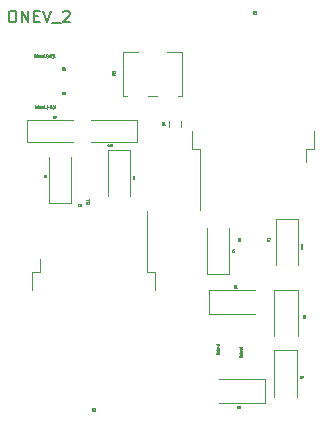
<source format=gbr>
%TF.GenerationSoftware,KiCad,Pcbnew,(6.0.5)*%
%TF.CreationDate,2022-07-12T16:10:34-04:00*%
%TF.ProjectId,torque_motor_design,746f7271-7565-45f6-9d6f-746f725f6465,rev?*%
%TF.SameCoordinates,Original*%
%TF.FileFunction,Legend,Top*%
%TF.FilePolarity,Positive*%
%FSLAX46Y46*%
G04 Gerber Fmt 4.6, Leading zero omitted, Abs format (unit mm)*
G04 Created by KiCad (PCBNEW (6.0.5)) date 2022-07-12 16:10:34*
%MOMM*%
%LPD*%
G01*
G04 APERTURE LIST*
%ADD10C,0.150000*%
%ADD11C,0.037500*%
%ADD12C,0.120000*%
G04 APERTURE END LIST*
D10*
X173537857Y-36917380D02*
X173728333Y-36917380D01*
X173823571Y-36965000D01*
X173918809Y-37060238D01*
X173966428Y-37250714D01*
X173966428Y-37584047D01*
X173918809Y-37774523D01*
X173823571Y-37869761D01*
X173728333Y-37917380D01*
X173537857Y-37917380D01*
X173442619Y-37869761D01*
X173347380Y-37774523D01*
X173299761Y-37584047D01*
X173299761Y-37250714D01*
X173347380Y-37060238D01*
X173442619Y-36965000D01*
X173537857Y-36917380D01*
X174395000Y-37917380D02*
X174395000Y-36917380D01*
X174966428Y-37917380D01*
X174966428Y-36917380D01*
X175442619Y-37393571D02*
X175775952Y-37393571D01*
X175918809Y-37917380D02*
X175442619Y-37917380D01*
X175442619Y-36917380D01*
X175918809Y-36917380D01*
X176204523Y-36917380D02*
X176537857Y-37917380D01*
X176871190Y-36917380D01*
X176966428Y-38012619D02*
X177728333Y-38012619D01*
X177918809Y-37012619D02*
X177966428Y-36965000D01*
X178061666Y-36917380D01*
X178299761Y-36917380D01*
X178395000Y-36965000D01*
X178442619Y-37012619D01*
X178490238Y-37107857D01*
X178490238Y-37203095D01*
X178442619Y-37345952D01*
X177871190Y-37917380D01*
X178490238Y-37917380D01*
D11*
%TO.C,C8*%
X179275000Y-53480357D02*
X179267857Y-53491071D01*
X179246428Y-53501785D01*
X179232142Y-53501785D01*
X179210714Y-53491071D01*
X179196428Y-53469642D01*
X179189285Y-53448214D01*
X179182142Y-53405357D01*
X179182142Y-53373214D01*
X179189285Y-53330357D01*
X179196428Y-53308928D01*
X179210714Y-53287500D01*
X179232142Y-53276785D01*
X179246428Y-53276785D01*
X179267857Y-53287500D01*
X179275000Y-53298214D01*
X179360714Y-53373214D02*
X179346428Y-53362500D01*
X179339285Y-53351785D01*
X179332142Y-53330357D01*
X179332142Y-53319642D01*
X179339285Y-53298214D01*
X179346428Y-53287500D01*
X179360714Y-53276785D01*
X179389285Y-53276785D01*
X179403571Y-53287500D01*
X179410714Y-53298214D01*
X179417857Y-53319642D01*
X179417857Y-53330357D01*
X179410714Y-53351785D01*
X179403571Y-53362500D01*
X179389285Y-53373214D01*
X179360714Y-53373214D01*
X179346428Y-53383928D01*
X179339285Y-53394642D01*
X179332142Y-53416071D01*
X179332142Y-53458928D01*
X179339285Y-53480357D01*
X179346428Y-53491071D01*
X179360714Y-53501785D01*
X179389285Y-53501785D01*
X179403571Y-53491071D01*
X179410714Y-53480357D01*
X179417857Y-53458928D01*
X179417857Y-53416071D01*
X179410714Y-53394642D01*
X179403571Y-53383928D01*
X179389285Y-53373214D01*
%TO.C,C6*%
X176456571Y-50956000D02*
X176463714Y-50963142D01*
X176470857Y-50984571D01*
X176470857Y-50998857D01*
X176463714Y-51020285D01*
X176449428Y-51034571D01*
X176435142Y-51041714D01*
X176406571Y-51048857D01*
X176385142Y-51048857D01*
X176356571Y-51041714D01*
X176342285Y-51034571D01*
X176328000Y-51020285D01*
X176320857Y-50998857D01*
X176320857Y-50984571D01*
X176328000Y-50963142D01*
X176335142Y-50956000D01*
X176320857Y-50827428D02*
X176320857Y-50856000D01*
X176328000Y-50870285D01*
X176335142Y-50877428D01*
X176356571Y-50891714D01*
X176385142Y-50898857D01*
X176442285Y-50898857D01*
X176456571Y-50891714D01*
X176463714Y-50884571D01*
X176470857Y-50870285D01*
X176470857Y-50841714D01*
X176463714Y-50827428D01*
X176456571Y-50820285D01*
X176442285Y-50813142D01*
X176406571Y-50813142D01*
X176392285Y-50820285D01*
X176385142Y-50827428D01*
X176378000Y-50841714D01*
X176378000Y-50870285D01*
X176385142Y-50884571D01*
X176392285Y-50891714D01*
X176406571Y-50898857D01*
%TO.C,C10*%
X181767571Y-48391971D02*
X181760428Y-48399114D01*
X181739000Y-48406257D01*
X181724714Y-48406257D01*
X181703285Y-48399114D01*
X181689000Y-48384828D01*
X181681857Y-48370542D01*
X181674714Y-48341971D01*
X181674714Y-48320542D01*
X181681857Y-48291971D01*
X181689000Y-48277685D01*
X181703285Y-48263400D01*
X181724714Y-48256257D01*
X181739000Y-48256257D01*
X181760428Y-48263400D01*
X181767571Y-48270542D01*
X181910428Y-48406257D02*
X181824714Y-48406257D01*
X181867571Y-48406257D02*
X181867571Y-48256257D01*
X181853285Y-48277685D01*
X181839000Y-48291971D01*
X181824714Y-48299114D01*
X182003285Y-48256257D02*
X182017571Y-48256257D01*
X182031857Y-48263400D01*
X182039000Y-48270542D01*
X182046142Y-48284828D01*
X182053285Y-48313400D01*
X182053285Y-48349114D01*
X182046142Y-48377685D01*
X182039000Y-48391971D01*
X182031857Y-48399114D01*
X182017571Y-48406257D01*
X182003285Y-48406257D01*
X181989000Y-48399114D01*
X181981857Y-48391971D01*
X181974714Y-48377685D01*
X181967571Y-48349114D01*
X181967571Y-48313400D01*
X181974714Y-48284828D01*
X181981857Y-48270542D01*
X181989000Y-48263400D01*
X182003285Y-48256257D01*
%TO.C,RV1*%
X182301785Y-42289285D02*
X182194642Y-42339285D01*
X182301785Y-42375000D02*
X182076785Y-42375000D01*
X182076785Y-42317857D01*
X182087500Y-42303571D01*
X182098214Y-42296428D01*
X182119642Y-42289285D01*
X182151785Y-42289285D01*
X182173214Y-42296428D01*
X182183928Y-42303571D01*
X182194642Y-42317857D01*
X182194642Y-42375000D01*
X182076785Y-42246428D02*
X182301785Y-42196428D01*
X182076785Y-42146428D01*
X182301785Y-42017857D02*
X182301785Y-42103571D01*
X182301785Y-42060714D02*
X182076785Y-42060714D01*
X182108928Y-42075000D01*
X182130357Y-42089285D01*
X182141071Y-42103571D01*
%TO.C,C7*%
X195275000Y-56380357D02*
X195267857Y-56391071D01*
X195246428Y-56401785D01*
X195232142Y-56401785D01*
X195210714Y-56391071D01*
X195196428Y-56369642D01*
X195189285Y-56348214D01*
X195182142Y-56305357D01*
X195182142Y-56273214D01*
X195189285Y-56230357D01*
X195196428Y-56208928D01*
X195210714Y-56187500D01*
X195232142Y-56176785D01*
X195246428Y-56176785D01*
X195267857Y-56187500D01*
X195275000Y-56198214D01*
X195325000Y-56176785D02*
X195425000Y-56176785D01*
X195360714Y-56401785D01*
%TO.C,R6*%
X178035785Y-43925000D02*
X177928642Y-43975000D01*
X178035785Y-44010714D02*
X177810785Y-44010714D01*
X177810785Y-43953571D01*
X177821500Y-43939285D01*
X177832214Y-43932142D01*
X177853642Y-43925000D01*
X177885785Y-43925000D01*
X177907214Y-43932142D01*
X177917928Y-43939285D01*
X177928642Y-43953571D01*
X177928642Y-44010714D01*
X177810785Y-43796428D02*
X177810785Y-43825000D01*
X177821500Y-43839285D01*
X177832214Y-43846428D01*
X177864357Y-43860714D01*
X177907214Y-43867857D01*
X177992928Y-43867857D01*
X178014357Y-43860714D01*
X178025071Y-43853571D01*
X178035785Y-43839285D01*
X178035785Y-43810714D01*
X178025071Y-43796428D01*
X178014357Y-43789285D01*
X177992928Y-43782142D01*
X177939357Y-43782142D01*
X177917928Y-43789285D01*
X177907214Y-43796428D01*
X177896500Y-43810714D01*
X177896500Y-43839285D01*
X177907214Y-43853571D01*
X177917928Y-43860714D01*
X177939357Y-43867857D01*
%TO.C,U3*%
X193985714Y-36976785D02*
X193985714Y-37158928D01*
X193992857Y-37180357D01*
X194000000Y-37191071D01*
X194014285Y-37201785D01*
X194042857Y-37201785D01*
X194057142Y-37191071D01*
X194064285Y-37180357D01*
X194071428Y-37158928D01*
X194071428Y-36976785D01*
X194128571Y-36976785D02*
X194221428Y-36976785D01*
X194171428Y-37062500D01*
X194192857Y-37062500D01*
X194207142Y-37073214D01*
X194214285Y-37083928D01*
X194221428Y-37105357D01*
X194221428Y-37158928D01*
X194214285Y-37180357D01*
X194207142Y-37191071D01*
X194192857Y-37201785D01*
X194150000Y-37201785D01*
X194135714Y-37191071D01*
X194128571Y-37180357D01*
%TO.C,Motor+1*%
X193022785Y-66249285D02*
X192797785Y-66249285D01*
X192958500Y-66199285D01*
X192797785Y-66149285D01*
X193022785Y-66149285D01*
X193022785Y-66056428D02*
X193012071Y-66070714D01*
X193001357Y-66077857D01*
X192979928Y-66085000D01*
X192915642Y-66085000D01*
X192894214Y-66077857D01*
X192883500Y-66070714D01*
X192872785Y-66056428D01*
X192872785Y-66035000D01*
X192883500Y-66020714D01*
X192894214Y-66013571D01*
X192915642Y-66006428D01*
X192979928Y-66006428D01*
X193001357Y-66013571D01*
X193012071Y-66020714D01*
X193022785Y-66035000D01*
X193022785Y-66056428D01*
X192872785Y-65963571D02*
X192872785Y-65906428D01*
X192797785Y-65942142D02*
X192990642Y-65942142D01*
X193012071Y-65935000D01*
X193022785Y-65920714D01*
X193022785Y-65906428D01*
X193022785Y-65835000D02*
X193012071Y-65849285D01*
X193001357Y-65856428D01*
X192979928Y-65863571D01*
X192915642Y-65863571D01*
X192894214Y-65856428D01*
X192883500Y-65849285D01*
X192872785Y-65835000D01*
X192872785Y-65813571D01*
X192883500Y-65799285D01*
X192894214Y-65792142D01*
X192915642Y-65785000D01*
X192979928Y-65785000D01*
X193001357Y-65792142D01*
X193012071Y-65799285D01*
X193022785Y-65813571D01*
X193022785Y-65835000D01*
X193022785Y-65720714D02*
X192872785Y-65720714D01*
X192915642Y-65720714D02*
X192894214Y-65713571D01*
X192883500Y-65706428D01*
X192872785Y-65692142D01*
X192872785Y-65677857D01*
X192937071Y-65627857D02*
X192937071Y-65513571D01*
X193022785Y-65570714D02*
X192851357Y-65570714D01*
X193022785Y-65363571D02*
X193022785Y-65449285D01*
X193022785Y-65406428D02*
X192797785Y-65406428D01*
X192829928Y-65420714D01*
X192851357Y-65435000D01*
X192862071Y-65449285D01*
%TO.C,C5*%
X192775000Y-56380357D02*
X192767857Y-56391071D01*
X192746428Y-56401785D01*
X192732142Y-56401785D01*
X192710714Y-56391071D01*
X192696428Y-56369642D01*
X192689285Y-56348214D01*
X192682142Y-56305357D01*
X192682142Y-56273214D01*
X192689285Y-56230357D01*
X192696428Y-56208928D01*
X192710714Y-56187500D01*
X192732142Y-56176785D01*
X192746428Y-56176785D01*
X192767857Y-56187500D01*
X192775000Y-56198214D01*
X192910714Y-56176785D02*
X192839285Y-56176785D01*
X192832142Y-56283928D01*
X192839285Y-56273214D01*
X192853571Y-56262500D01*
X192889285Y-56262500D01*
X192903571Y-56273214D01*
X192910714Y-56283928D01*
X192917857Y-56305357D01*
X192917857Y-56358928D01*
X192910714Y-56380357D01*
X192903571Y-56391071D01*
X192889285Y-56401785D01*
X192853571Y-56401785D01*
X192839285Y-56391071D01*
X192832142Y-56380357D01*
%TO.C,R5*%
X178035785Y-41875000D02*
X177928642Y-41925000D01*
X178035785Y-41960714D02*
X177810785Y-41960714D01*
X177810785Y-41903571D01*
X177821500Y-41889285D01*
X177832214Y-41882142D01*
X177853642Y-41875000D01*
X177885785Y-41875000D01*
X177907214Y-41882142D01*
X177917928Y-41889285D01*
X177928642Y-41903571D01*
X177928642Y-41960714D01*
X177810785Y-41739285D02*
X177810785Y-41810714D01*
X177917928Y-41817857D01*
X177907214Y-41810714D01*
X177896500Y-41796428D01*
X177896500Y-41760714D01*
X177907214Y-41746428D01*
X177917928Y-41739285D01*
X177939357Y-41732142D01*
X177992928Y-41732142D01*
X178014357Y-41739285D01*
X178025071Y-41746428D01*
X178035785Y-41760714D01*
X178035785Y-41796428D01*
X178025071Y-41810714D01*
X178014357Y-41817857D01*
%TO.C,D7*%
X197989285Y-68051785D02*
X197989285Y-67826785D01*
X198025000Y-67826785D01*
X198046428Y-67837500D01*
X198060714Y-67858928D01*
X198067857Y-67880357D01*
X198075000Y-67923214D01*
X198075000Y-67955357D01*
X198067857Y-67998214D01*
X198060714Y-68019642D01*
X198046428Y-68041071D01*
X198025000Y-68051785D01*
X197989285Y-68051785D01*
X198125000Y-67826785D02*
X198225000Y-67826785D01*
X198160714Y-68051785D01*
%TO.C,C9*%
X177140000Y-45969171D02*
X177132857Y-45976314D01*
X177111428Y-45983457D01*
X177097142Y-45983457D01*
X177075714Y-45976314D01*
X177061428Y-45962028D01*
X177054285Y-45947742D01*
X177047142Y-45919171D01*
X177047142Y-45897742D01*
X177054285Y-45869171D01*
X177061428Y-45854885D01*
X177075714Y-45840600D01*
X177097142Y-45833457D01*
X177111428Y-45833457D01*
X177132857Y-45840600D01*
X177140000Y-45847742D01*
X177211428Y-45983457D02*
X177240000Y-45983457D01*
X177254285Y-45976314D01*
X177261428Y-45969171D01*
X177275714Y-45947742D01*
X177282857Y-45919171D01*
X177282857Y-45862028D01*
X177275714Y-45847742D01*
X177268571Y-45840600D01*
X177254285Y-45833457D01*
X177225714Y-45833457D01*
X177211428Y-45840600D01*
X177204285Y-45847742D01*
X177197142Y-45862028D01*
X177197142Y-45897742D01*
X177204285Y-45912028D01*
X177211428Y-45919171D01*
X177225714Y-45926314D01*
X177254285Y-45926314D01*
X177268571Y-45919171D01*
X177275714Y-45912028D01*
X177282857Y-45897742D01*
%TO.C,U2*%
X180385714Y-70576785D02*
X180385714Y-70758928D01*
X180392857Y-70780357D01*
X180400000Y-70791071D01*
X180414285Y-70801785D01*
X180442857Y-70801785D01*
X180457142Y-70791071D01*
X180464285Y-70780357D01*
X180471428Y-70758928D01*
X180471428Y-70576785D01*
X180535714Y-70598214D02*
X180542857Y-70587500D01*
X180557142Y-70576785D01*
X180592857Y-70576785D01*
X180607142Y-70587500D01*
X180614285Y-70598214D01*
X180621428Y-70619642D01*
X180621428Y-70641071D01*
X180614285Y-70673214D01*
X180528571Y-70801785D01*
X180621428Y-70801785D01*
%TO.C,C4*%
X192346571Y-57276000D02*
X192353714Y-57283142D01*
X192360857Y-57304571D01*
X192360857Y-57318857D01*
X192353714Y-57340285D01*
X192339428Y-57354571D01*
X192325142Y-57361714D01*
X192296571Y-57368857D01*
X192275142Y-57368857D01*
X192246571Y-57361714D01*
X192232285Y-57354571D01*
X192218000Y-57340285D01*
X192210857Y-57318857D01*
X192210857Y-57304571D01*
X192218000Y-57283142D01*
X192225142Y-57276000D01*
X192260857Y-57147428D02*
X192360857Y-57147428D01*
X192203714Y-57183142D02*
X192310857Y-57218857D01*
X192310857Y-57126000D01*
%TO.C,C12*%
X198163571Y-56992428D02*
X198170714Y-56999571D01*
X198177857Y-57021000D01*
X198177857Y-57035285D01*
X198170714Y-57056714D01*
X198156428Y-57071000D01*
X198142142Y-57078142D01*
X198113571Y-57085285D01*
X198092142Y-57085285D01*
X198063571Y-57078142D01*
X198049285Y-57071000D01*
X198035000Y-57056714D01*
X198027857Y-57035285D01*
X198027857Y-57021000D01*
X198035000Y-56999571D01*
X198042142Y-56992428D01*
X198177857Y-56849571D02*
X198177857Y-56935285D01*
X198177857Y-56892428D02*
X198027857Y-56892428D01*
X198049285Y-56906714D01*
X198063571Y-56921000D01*
X198070714Y-56935285D01*
X198042142Y-56792428D02*
X198035000Y-56785285D01*
X198027857Y-56771000D01*
X198027857Y-56735285D01*
X198035000Y-56721000D01*
X198042142Y-56713857D01*
X198056428Y-56706714D01*
X198070714Y-56706714D01*
X198092142Y-56713857D01*
X198177857Y-56799571D01*
X198177857Y-56706714D01*
%TO.C,D1*%
X192389285Y-60401785D02*
X192389285Y-60176785D01*
X192425000Y-60176785D01*
X192446428Y-60187500D01*
X192460714Y-60208928D01*
X192467857Y-60230357D01*
X192475000Y-60273214D01*
X192475000Y-60305357D01*
X192467857Y-60348214D01*
X192460714Y-60369642D01*
X192446428Y-60391071D01*
X192425000Y-60401785D01*
X192389285Y-60401785D01*
X192617857Y-60401785D02*
X192532142Y-60401785D01*
X192575000Y-60401785D02*
X192575000Y-60176785D01*
X192560714Y-60208928D01*
X192546428Y-60230357D01*
X192532142Y-60241071D01*
%TO.C,External_(-6V)1*%
X175496428Y-45033928D02*
X175546428Y-45033928D01*
X175567857Y-45151785D02*
X175496428Y-45151785D01*
X175496428Y-44926785D01*
X175567857Y-44926785D01*
X175617857Y-45151785D02*
X175696428Y-45001785D01*
X175617857Y-45001785D02*
X175696428Y-45151785D01*
X175732142Y-45001785D02*
X175789285Y-45001785D01*
X175753571Y-44926785D02*
X175753571Y-45119642D01*
X175760714Y-45141071D01*
X175775000Y-45151785D01*
X175789285Y-45151785D01*
X175896428Y-45141071D02*
X175882142Y-45151785D01*
X175853571Y-45151785D01*
X175839285Y-45141071D01*
X175832142Y-45119642D01*
X175832142Y-45033928D01*
X175839285Y-45012500D01*
X175853571Y-45001785D01*
X175882142Y-45001785D01*
X175896428Y-45012500D01*
X175903571Y-45033928D01*
X175903571Y-45055357D01*
X175832142Y-45076785D01*
X175967857Y-45151785D02*
X175967857Y-45001785D01*
X175967857Y-45044642D02*
X175975000Y-45023214D01*
X175982142Y-45012500D01*
X175996428Y-45001785D01*
X176010714Y-45001785D01*
X176060714Y-45001785D02*
X176060714Y-45151785D01*
X176060714Y-45023214D02*
X176067857Y-45012500D01*
X176082142Y-45001785D01*
X176103571Y-45001785D01*
X176117857Y-45012500D01*
X176125000Y-45033928D01*
X176125000Y-45151785D01*
X176260714Y-45151785D02*
X176260714Y-45033928D01*
X176253571Y-45012500D01*
X176239285Y-45001785D01*
X176210714Y-45001785D01*
X176196428Y-45012500D01*
X176260714Y-45141071D02*
X176246428Y-45151785D01*
X176210714Y-45151785D01*
X176196428Y-45141071D01*
X176189285Y-45119642D01*
X176189285Y-45098214D01*
X176196428Y-45076785D01*
X176210714Y-45066071D01*
X176246428Y-45066071D01*
X176260714Y-45055357D01*
X176353571Y-45151785D02*
X176339285Y-45141071D01*
X176332142Y-45119642D01*
X176332142Y-44926785D01*
X176375000Y-45173214D02*
X176489285Y-45173214D01*
X176567857Y-45237500D02*
X176560714Y-45226785D01*
X176546428Y-45194642D01*
X176539285Y-45173214D01*
X176532142Y-45141071D01*
X176525000Y-45087500D01*
X176525000Y-45044642D01*
X176532142Y-44991071D01*
X176539285Y-44958928D01*
X176546428Y-44937500D01*
X176560714Y-44905357D01*
X176567857Y-44894642D01*
X176625000Y-45066071D02*
X176739285Y-45066071D01*
X176875000Y-44926785D02*
X176846428Y-44926785D01*
X176832142Y-44937500D01*
X176825000Y-44948214D01*
X176810714Y-44980357D01*
X176803571Y-45023214D01*
X176803571Y-45108928D01*
X176810714Y-45130357D01*
X176817857Y-45141071D01*
X176832142Y-45151785D01*
X176860714Y-45151785D01*
X176875000Y-45141071D01*
X176882142Y-45130357D01*
X176889285Y-45108928D01*
X176889285Y-45055357D01*
X176882142Y-45033928D01*
X176875000Y-45023214D01*
X176860714Y-45012500D01*
X176832142Y-45012500D01*
X176817857Y-45023214D01*
X176810714Y-45033928D01*
X176803571Y-45055357D01*
X176932142Y-44926785D02*
X176982142Y-45151785D01*
X177032142Y-44926785D01*
X177067857Y-45237500D02*
X177075000Y-45226785D01*
X177089285Y-45194642D01*
X177096428Y-45173214D01*
X177103571Y-45141071D01*
X177110714Y-45087500D01*
X177110714Y-45044642D01*
X177103571Y-44991071D01*
X177096428Y-44958928D01*
X177089285Y-44937500D01*
X177075000Y-44905357D01*
X177067857Y-44894642D01*
X177260714Y-45151785D02*
X177175000Y-45151785D01*
X177217857Y-45151785D02*
X177217857Y-44926785D01*
X177203571Y-44958928D01*
X177189285Y-44980357D01*
X177175000Y-44991071D01*
%TO.C,External_(+6V)1*%
X175446428Y-40717928D02*
X175496428Y-40717928D01*
X175517857Y-40835785D02*
X175446428Y-40835785D01*
X175446428Y-40610785D01*
X175517857Y-40610785D01*
X175567857Y-40835785D02*
X175646428Y-40685785D01*
X175567857Y-40685785D02*
X175646428Y-40835785D01*
X175682142Y-40685785D02*
X175739285Y-40685785D01*
X175703571Y-40610785D02*
X175703571Y-40803642D01*
X175710714Y-40825071D01*
X175725000Y-40835785D01*
X175739285Y-40835785D01*
X175846428Y-40825071D02*
X175832142Y-40835785D01*
X175803571Y-40835785D01*
X175789285Y-40825071D01*
X175782142Y-40803642D01*
X175782142Y-40717928D01*
X175789285Y-40696500D01*
X175803571Y-40685785D01*
X175832142Y-40685785D01*
X175846428Y-40696500D01*
X175853571Y-40717928D01*
X175853571Y-40739357D01*
X175782142Y-40760785D01*
X175917857Y-40835785D02*
X175917857Y-40685785D01*
X175917857Y-40728642D02*
X175925000Y-40707214D01*
X175932142Y-40696500D01*
X175946428Y-40685785D01*
X175960714Y-40685785D01*
X176010714Y-40685785D02*
X176010714Y-40835785D01*
X176010714Y-40707214D02*
X176017857Y-40696500D01*
X176032142Y-40685785D01*
X176053571Y-40685785D01*
X176067857Y-40696500D01*
X176075000Y-40717928D01*
X176075000Y-40835785D01*
X176210714Y-40835785D02*
X176210714Y-40717928D01*
X176203571Y-40696500D01*
X176189285Y-40685785D01*
X176160714Y-40685785D01*
X176146428Y-40696500D01*
X176210714Y-40825071D02*
X176196428Y-40835785D01*
X176160714Y-40835785D01*
X176146428Y-40825071D01*
X176139285Y-40803642D01*
X176139285Y-40782214D01*
X176146428Y-40760785D01*
X176160714Y-40750071D01*
X176196428Y-40750071D01*
X176210714Y-40739357D01*
X176303571Y-40835785D02*
X176289285Y-40825071D01*
X176282142Y-40803642D01*
X176282142Y-40610785D01*
X176325000Y-40857214D02*
X176439285Y-40857214D01*
X176517857Y-40921500D02*
X176510714Y-40910785D01*
X176496428Y-40878642D01*
X176489285Y-40857214D01*
X176482142Y-40825071D01*
X176475000Y-40771500D01*
X176475000Y-40728642D01*
X176482142Y-40675071D01*
X176489285Y-40642928D01*
X176496428Y-40621500D01*
X176510714Y-40589357D01*
X176517857Y-40578642D01*
X176575000Y-40750071D02*
X176689285Y-40750071D01*
X176632142Y-40835785D02*
X176632142Y-40664357D01*
X176825000Y-40610785D02*
X176796428Y-40610785D01*
X176782142Y-40621500D01*
X176775000Y-40632214D01*
X176760714Y-40664357D01*
X176753571Y-40707214D01*
X176753571Y-40792928D01*
X176760714Y-40814357D01*
X176767857Y-40825071D01*
X176782142Y-40835785D01*
X176810714Y-40835785D01*
X176825000Y-40825071D01*
X176832142Y-40814357D01*
X176839285Y-40792928D01*
X176839285Y-40739357D01*
X176832142Y-40717928D01*
X176825000Y-40707214D01*
X176810714Y-40696500D01*
X176782142Y-40696500D01*
X176767857Y-40707214D01*
X176760714Y-40717928D01*
X176753571Y-40739357D01*
X176882142Y-40610785D02*
X176932142Y-40835785D01*
X176982142Y-40610785D01*
X177017857Y-40921500D02*
X177025000Y-40910785D01*
X177039285Y-40878642D01*
X177046428Y-40857214D01*
X177053571Y-40825071D01*
X177060714Y-40771500D01*
X177060714Y-40728642D01*
X177053571Y-40675071D01*
X177046428Y-40642928D01*
X177039285Y-40621500D01*
X177025000Y-40589357D01*
X177017857Y-40578642D01*
X177210714Y-40835785D02*
X177125000Y-40835785D01*
X177167857Y-40835785D02*
X177167857Y-40610785D01*
X177153571Y-40642928D01*
X177139285Y-40664357D01*
X177125000Y-40675071D01*
%TO.C,Motor-1*%
X191107785Y-65995285D02*
X190882785Y-65995285D01*
X191043500Y-65945285D01*
X190882785Y-65895285D01*
X191107785Y-65895285D01*
X191107785Y-65802428D02*
X191097071Y-65816714D01*
X191086357Y-65823857D01*
X191064928Y-65831000D01*
X191000642Y-65831000D01*
X190979214Y-65823857D01*
X190968500Y-65816714D01*
X190957785Y-65802428D01*
X190957785Y-65781000D01*
X190968500Y-65766714D01*
X190979214Y-65759571D01*
X191000642Y-65752428D01*
X191064928Y-65752428D01*
X191086357Y-65759571D01*
X191097071Y-65766714D01*
X191107785Y-65781000D01*
X191107785Y-65802428D01*
X190957785Y-65709571D02*
X190957785Y-65652428D01*
X190882785Y-65688142D02*
X191075642Y-65688142D01*
X191097071Y-65681000D01*
X191107785Y-65666714D01*
X191107785Y-65652428D01*
X191107785Y-65581000D02*
X191097071Y-65595285D01*
X191086357Y-65602428D01*
X191064928Y-65609571D01*
X191000642Y-65609571D01*
X190979214Y-65602428D01*
X190968500Y-65595285D01*
X190957785Y-65581000D01*
X190957785Y-65559571D01*
X190968500Y-65545285D01*
X190979214Y-65538142D01*
X191000642Y-65531000D01*
X191064928Y-65531000D01*
X191086357Y-65538142D01*
X191097071Y-65545285D01*
X191107785Y-65559571D01*
X191107785Y-65581000D01*
X191107785Y-65466714D02*
X190957785Y-65466714D01*
X191000642Y-65466714D02*
X190979214Y-65459571D01*
X190968500Y-65452428D01*
X190957785Y-65438142D01*
X190957785Y-65423857D01*
X191022071Y-65373857D02*
X191022071Y-65259571D01*
X191107785Y-65109571D02*
X191107785Y-65195285D01*
X191107785Y-65152428D02*
X190882785Y-65152428D01*
X190914928Y-65166714D01*
X190936357Y-65181000D01*
X190947071Y-65195285D01*
%TO.C,R1*%
X186375000Y-46601785D02*
X186325000Y-46494642D01*
X186289285Y-46601785D02*
X186289285Y-46376785D01*
X186346428Y-46376785D01*
X186360714Y-46387500D01*
X186367857Y-46398214D01*
X186375000Y-46419642D01*
X186375000Y-46451785D01*
X186367857Y-46473214D01*
X186360714Y-46483928D01*
X186346428Y-46494642D01*
X186289285Y-46494642D01*
X186517857Y-46601785D02*
X186432142Y-46601785D01*
X186475000Y-46601785D02*
X186475000Y-46376785D01*
X186460714Y-46408928D01*
X186446428Y-46430357D01*
X186432142Y-46441071D01*
%TO.C,C11*%
X180080357Y-53196428D02*
X180091071Y-53203571D01*
X180101785Y-53225000D01*
X180101785Y-53239285D01*
X180091071Y-53260714D01*
X180069642Y-53275000D01*
X180048214Y-53282142D01*
X180005357Y-53289285D01*
X179973214Y-53289285D01*
X179930357Y-53282142D01*
X179908928Y-53275000D01*
X179887500Y-53260714D01*
X179876785Y-53239285D01*
X179876785Y-53225000D01*
X179887500Y-53203571D01*
X179898214Y-53196428D01*
X180101785Y-53053571D02*
X180101785Y-53139285D01*
X180101785Y-53096428D02*
X179876785Y-53096428D01*
X179908928Y-53110714D01*
X179930357Y-53125000D01*
X179941071Y-53139285D01*
X180101785Y-52910714D02*
X180101785Y-52996428D01*
X180101785Y-52953571D02*
X179876785Y-52953571D01*
X179908928Y-52967857D01*
X179930357Y-52982142D01*
X179941071Y-52996428D01*
%TO.C,D5*%
X198189285Y-62951785D02*
X198189285Y-62726785D01*
X198225000Y-62726785D01*
X198246428Y-62737500D01*
X198260714Y-62758928D01*
X198267857Y-62780357D01*
X198275000Y-62823214D01*
X198275000Y-62855357D01*
X198267857Y-62898214D01*
X198260714Y-62919642D01*
X198246428Y-62941071D01*
X198225000Y-62951785D01*
X198189285Y-62951785D01*
X198410714Y-62726785D02*
X198339285Y-62726785D01*
X198332142Y-62833928D01*
X198339285Y-62823214D01*
X198353571Y-62812500D01*
X198389285Y-62812500D01*
X198403571Y-62823214D01*
X198410714Y-62833928D01*
X198417857Y-62855357D01*
X198417857Y-62908928D01*
X198410714Y-62930357D01*
X198403571Y-62941071D01*
X198389285Y-62951785D01*
X198353571Y-62951785D01*
X198339285Y-62941071D01*
X198332142Y-62930357D01*
%TO.C,C3*%
X183943571Y-51079000D02*
X183950714Y-51086142D01*
X183957857Y-51107571D01*
X183957857Y-51121857D01*
X183950714Y-51143285D01*
X183936428Y-51157571D01*
X183922142Y-51164714D01*
X183893571Y-51171857D01*
X183872142Y-51171857D01*
X183843571Y-51164714D01*
X183829285Y-51157571D01*
X183815000Y-51143285D01*
X183807857Y-51121857D01*
X183807857Y-51107571D01*
X183815000Y-51086142D01*
X183822142Y-51079000D01*
X183807857Y-51029000D02*
X183807857Y-50936142D01*
X183865000Y-50986142D01*
X183865000Y-50964714D01*
X183872142Y-50950428D01*
X183879285Y-50943285D01*
X183893571Y-50936142D01*
X183929285Y-50936142D01*
X183943571Y-50943285D01*
X183950714Y-50950428D01*
X183957857Y-50964714D01*
X183957857Y-51007571D01*
X183950714Y-51021857D01*
X183943571Y-51029000D01*
%TO.C,D6*%
X192639285Y-70601785D02*
X192639285Y-70376785D01*
X192675000Y-70376785D01*
X192696428Y-70387500D01*
X192710714Y-70408928D01*
X192717857Y-70430357D01*
X192725000Y-70473214D01*
X192725000Y-70505357D01*
X192717857Y-70548214D01*
X192710714Y-70569642D01*
X192696428Y-70591071D01*
X192675000Y-70601785D01*
X192639285Y-70601785D01*
X192853571Y-70376785D02*
X192825000Y-70376785D01*
X192810714Y-70387500D01*
X192803571Y-70398214D01*
X192789285Y-70430357D01*
X192782142Y-70473214D01*
X192782142Y-70558928D01*
X192789285Y-70580357D01*
X192796428Y-70591071D01*
X192810714Y-70601785D01*
X192839285Y-70601785D01*
X192853571Y-70591071D01*
X192860714Y-70580357D01*
X192867857Y-70558928D01*
X192867857Y-70505357D01*
X192860714Y-70483928D01*
X192853571Y-70473214D01*
X192839285Y-70462500D01*
X192810714Y-70462500D01*
X192796428Y-70473214D01*
X192789285Y-70483928D01*
X192782142Y-70505357D01*
D12*
%TO.C,C6*%
X176738000Y-53237000D02*
X178608000Y-53237000D01*
X176738000Y-49327000D02*
X176738000Y-53237000D01*
X178608000Y-53237000D02*
X178608000Y-49327000D01*
%TO.C,C10*%
X184174000Y-48052000D02*
X184174000Y-46182000D01*
X184174000Y-46182000D02*
X180264000Y-46182000D01*
X180264000Y-48052000D02*
X184174000Y-48052000D01*
%TO.C,RV1*%
X182980000Y-44170000D02*
X182980000Y-40430000D01*
X183360000Y-44170000D02*
X182980000Y-44170000D01*
X188020000Y-44170000D02*
X187640000Y-44170000D01*
X184260000Y-40430000D02*
X182980000Y-40430000D01*
X185860000Y-44170000D02*
X185140000Y-44170000D01*
X188020000Y-44170000D02*
X188020000Y-40430000D01*
X188020000Y-40430000D02*
X186740000Y-40430000D01*
%TO.C,U3*%
X189490000Y-48650000D02*
X189490000Y-53775000D01*
X199200000Y-47150000D02*
X199200000Y-48650000D01*
X188800000Y-48650000D02*
X189490000Y-48650000D01*
X198510000Y-48650000D02*
X198510000Y-49750000D01*
X188800000Y-47150000D02*
X188800000Y-48650000D01*
X199200000Y-48650000D02*
X198510000Y-48650000D01*
%TO.C,D7*%
X197750000Y-65700000D02*
X197750000Y-69600000D01*
X195750000Y-65700000D02*
X195750000Y-69600000D01*
X197750000Y-65700000D02*
X195750000Y-65700000D01*
%TO.C,C9*%
X178765000Y-46182000D02*
X174855000Y-46182000D01*
X174855000Y-46182000D02*
X174855000Y-48052000D01*
X174855000Y-48052000D02*
X178765000Y-48052000D01*
%TO.C,U2*%
X185700000Y-59050000D02*
X185010000Y-59050000D01*
X175300000Y-60550000D02*
X175300000Y-59050000D01*
X175300000Y-59050000D02*
X175990000Y-59050000D01*
X185700000Y-60550000D02*
X185700000Y-59050000D01*
X185010000Y-59050000D02*
X185010000Y-53925000D01*
X175990000Y-59050000D02*
X175990000Y-57950000D01*
%TO.C,C4*%
X190073000Y-55296000D02*
X190073000Y-59206000D01*
X191943000Y-59206000D02*
X191943000Y-55296000D01*
X190073000Y-59206000D02*
X191943000Y-59206000D01*
%TO.C,C12*%
X197785000Y-58496000D02*
X197785000Y-54586000D01*
X197785000Y-54586000D02*
X195915000Y-54586000D01*
X195915000Y-54586000D02*
X195915000Y-58496000D01*
%TO.C,D1*%
X190250000Y-62600000D02*
X194150000Y-62600000D01*
X190250000Y-60600000D02*
X194150000Y-60600000D01*
X190250000Y-60600000D02*
X190250000Y-62600000D01*
%TO.C,R1*%
X186877500Y-46262742D02*
X186877500Y-46737258D01*
X187922500Y-46262742D02*
X187922500Y-46737258D01*
%TO.C,D5*%
X195800000Y-60600000D02*
X195800000Y-64500000D01*
X197800000Y-60600000D02*
X195800000Y-60600000D01*
X197800000Y-60600000D02*
X197800000Y-64500000D01*
%TO.C,C3*%
X183561000Y-48744000D02*
X181691000Y-48744000D01*
X183561000Y-52654000D02*
X183561000Y-48744000D01*
X181691000Y-48744000D02*
X181691000Y-52654000D01*
%TO.C,D6*%
X195000000Y-70150000D02*
X191100000Y-70150000D01*
X195000000Y-70150000D02*
X195000000Y-68150000D01*
X195000000Y-68150000D02*
X191100000Y-68150000D01*
%TD*%
M02*

</source>
